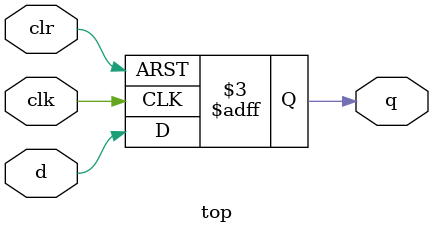
<source format=v>
module top( input d, clk, clr, output reg q );
    initial begin
        q = 0;
    end
	  always @( posedge clk, posedge clr )
      if ( clr )
        q <= 1'b0;
      else
        q <= d;
endmodule

</source>
